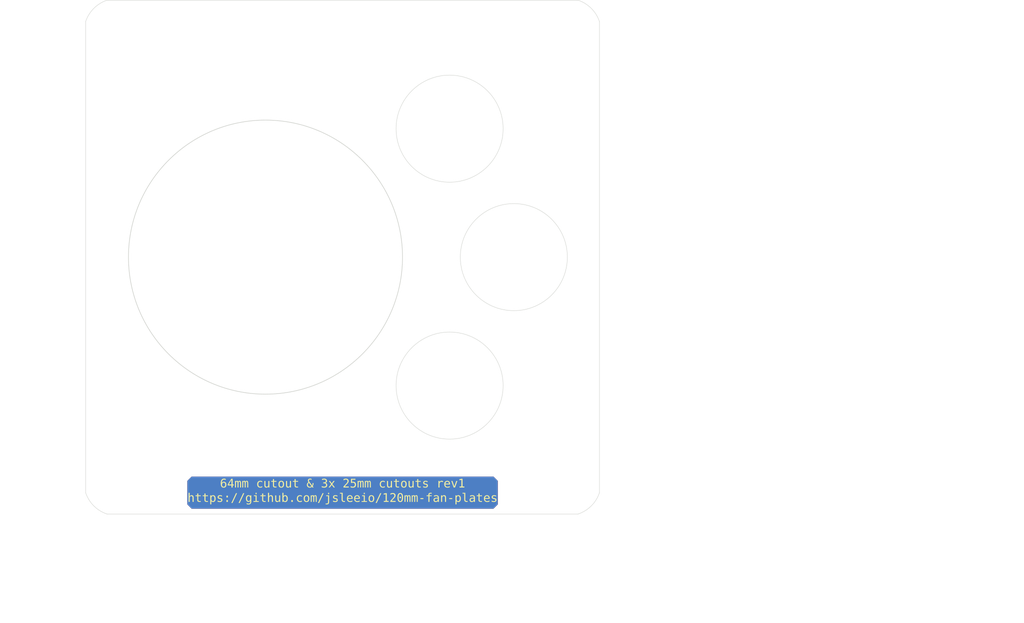
<source format=kicad_pcb>
(kicad_pcb (version 20221018) (generator pcbnew)
  (layers (0 "F.Cu" signal) (31 "B.Cu" signal) (34 "B.Paste" user) (35 "F.Paste" user) (36 "B.SilkS" user "B.Silkscreen") (37 "F.SilkS" user "F.Silkscreen") (38 "B.Mask" user) (39 "F.Mask" user) (44 "Edge.Cuts" user))
  (net 0 "")
  (footprint "MountingHole:MountingHole_5.3mm_M5" (layer "F.Cu") (at 147.5 132.5)
    (fp_text reference "" (at 0 -6.3) (layer "F.SilkS"))
    (fp_text value "MountingHole_5.3mm_M5")
    (pad "" np_thru_hole circle (at 0 0) (size 5.3 5.3) (drill 5.3) (layers "*.Cu" "*.Mask"))
  )
  (footprint "MountingHole:MountingHole_5.3mm_M5" (layer "F.Cu") (at 42.5 27.5)
    (fp_text reference "" (at 0 -6.3) (layer "F.SilkS"))
    (fp_text value "MountingHole_5.3mm_M5")
    (pad "" np_thru_hole circle (at 0 0) (size 5.3 5.3) (drill 5.3) (layers "*.Cu" "*.Mask"))
  )
  (footprint "MountingHole:MountingHole_5.3mm_M5" (layer "F.Cu") (at 147.5 27.5)
    (fp_text reference "" (at 0 -6.3) (layer "F.SilkS"))
    (fp_text value "MountingHole_5.3mm_M5")
    (pad "" np_thru_hole circle (at 0 0) (size 5.3 5.3) (drill 5.3) (layers "*.Cu" "*.Mask"))
  )
  (footprint "MountingHole:MountingHole_5.3mm_M5" (layer "F.Cu") (at 42.5 132.5)
    (fp_text reference "" (at 0 -6.3) (layer "F.SilkS"))
    (fp_text value "MountingHole_5.3mm_M5")
    (pad "" np_thru_hole circle (at 0 0) (size 5.3 5.3) (drill 5.3) (layers "*.Cu" "*.Mask"))
  )
  (gr_circle (center 77 80) (end 109 80) (stroke (width 0.15)) (fill none) (layer "Edge.Cuts"))
  (gr_arc (start 35 25) (mid 36.90983 21.90983) (end 40 20) (stroke (width 0.1)) (layer "Edge.Cuts"))
  (gr_line (start 150 140) (end 40 140) (stroke (width 0.1)) (layer "Edge.Cuts"))
  (gr_arc (start 150 20) (mid 153.09017 21.90983) (end 155 25) (stroke (width 0.1)) (layer "Edge.Cuts"))
  (gr_line (start 35 135) (end 35 25) (stroke (width 0.1)) (layer "Edge.Cuts"))
  (gr_line (start 155 25) (end 155 135) (stroke (width 0.1)) (layer "Edge.Cuts"))
  (gr_line (start 40 20) (end 150 20) (stroke (width 0.1)) (layer "Edge.Cuts"))
  (gr_arc (start 40 140) (mid 36.90983 138.09017) (end 35 135) (stroke (width 0.1)) (layer "Edge.Cuts"))
  (gr_arc (start 155 135) (mid 153.09017 138.09017) (end 150 140) (stroke (width 0.1)) (layer "Edge.Cuts"))
  (gr_circle (center 135 80) (end 147.5 80) (stroke (width 0.1)) (fill none) (layer "Edge.Cuts"))
  (gr_circle (center 120 110) (end 132.5 110) (stroke (width 0.1)) (fill none) (layer "Edge.Cuts"))
  (gr_circle (center 120 50) (end 132.5 50) (stroke (width 0.1)) (fill none) (layer "Edge.Cuts"))
  (gr_text "64mm cutout & 3x 25mm cutouts rev1\nhttps://github.com/jsleeio/120mm-fan-plates" (at 95 137.5) (layer "F.SilkS") (effects (font (size 2 2)) (justify bottom)))
  (zone (net 0) (net_name "") (layers "F&B.Cu") (connect_pads (clearance 2.5)) (min_thickness 0.25) (fill yes (thermal_gap 0.5) (thermal_bridge_width 0.5) (smoothing chamfer) (radius 1) (island_removal_mode 1) (island_area_min 10))
    (polygon (pts (xy 58.75 131.25) (xy 131.25 131.25) (xy 131.25 138.75) (xy 58.75 138.75)))
  )
)
</source>
